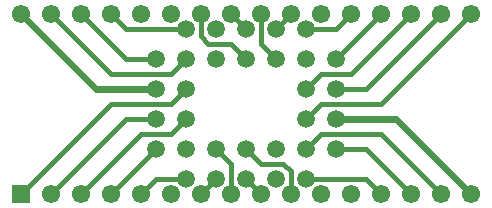
<source format=gbl>
G04 (created by PCBNEW (2013-jun-18)-testing) date Sun 14 Jul 2013 06:48:57 PM EEST*
%MOIN*%
G04 Gerber Fmt 3.4, Leading zero omitted, Abs format*
%FSLAX34Y34*%
G01*
G70*
G90*
G04 APERTURE LIST*
%ADD10C,0.005906*%
%ADD11R,0.061024X0.061024*%
%ADD12C,0.061024*%
%ADD13C,0.059055*%
%ADD14C,0.016000*%
%ADD15C,0.024000*%
G04 APERTURE END LIST*
G54D10*
G54D11*
X750Y750D03*
G54D12*
X1750Y750D03*
X2750Y750D03*
X3750Y750D03*
X4750Y750D03*
X5750Y750D03*
X6750Y750D03*
X7750Y750D03*
X8750Y750D03*
X9750Y750D03*
X10750Y750D03*
X11750Y750D03*
X12750Y750D03*
X13750Y750D03*
X14750Y750D03*
X15750Y750D03*
X15750Y6750D03*
X14750Y6750D03*
X13750Y6750D03*
X12750Y6750D03*
X11750Y6750D03*
X10750Y6750D03*
X9750Y6750D03*
X8750Y6750D03*
X7750Y6750D03*
X6750Y6750D03*
X5750Y6750D03*
X4750Y6750D03*
X3750Y6750D03*
X2750Y6750D03*
X1750Y6750D03*
X750Y6750D03*
G54D13*
X5250Y3250D03*
X6250Y4250D03*
X6250Y3250D03*
X5250Y2250D03*
X6250Y1250D03*
X6250Y2250D03*
X7250Y1250D03*
X7250Y2250D03*
X8250Y1250D03*
X8250Y2250D03*
X9250Y1250D03*
X9250Y2250D03*
X10250Y1250D03*
X11250Y2250D03*
X10250Y2250D03*
X11250Y3250D03*
X10250Y3250D03*
X11250Y4250D03*
X10250Y4250D03*
X11250Y5250D03*
X10250Y6250D03*
X10250Y5250D03*
X9250Y6250D03*
X9250Y5250D03*
X8250Y6250D03*
X8250Y5250D03*
X7250Y6250D03*
X5250Y4250D03*
X7250Y5250D03*
X6250Y6250D03*
X5250Y5250D03*
X6250Y5250D03*
G54D14*
X9250Y6250D02*
X9750Y6750D01*
X8250Y6250D02*
X7750Y6750D01*
X5250Y2250D02*
X3750Y750D01*
X3750Y6750D02*
X4250Y6250D01*
X4250Y6250D02*
X6250Y6250D01*
X2750Y750D02*
X4750Y2750D01*
X4750Y2750D02*
X5750Y2750D01*
X5750Y2750D02*
X6250Y3250D01*
X5250Y3250D02*
X4250Y3250D01*
X4250Y3250D02*
X2750Y1750D01*
X2750Y1750D02*
X1750Y750D01*
X5250Y5250D02*
X4250Y5250D01*
X4250Y5250D02*
X2750Y6750D01*
X1750Y6750D02*
X3750Y4750D01*
X3750Y4750D02*
X5750Y4750D01*
X5750Y4750D02*
X6250Y5250D01*
X6250Y4250D02*
X5750Y3750D01*
X3750Y3750D02*
X750Y750D01*
X5750Y3750D02*
X3750Y3750D01*
X8250Y2250D02*
X8750Y1750D01*
X9750Y1500D02*
X9750Y750D01*
X9500Y1750D02*
X9750Y1500D01*
X8750Y1750D02*
X9500Y1750D01*
X8250Y1250D02*
X8750Y750D01*
X7250Y2250D02*
X7750Y1750D01*
X7750Y1750D02*
X7750Y750D01*
X6750Y750D02*
X7250Y1250D01*
X5250Y1250D02*
X4750Y750D01*
X6250Y1250D02*
X5250Y1250D01*
X6750Y6750D02*
X6750Y6000D01*
X7750Y5750D02*
X8250Y5250D01*
X7000Y5750D02*
X7750Y5750D01*
X6750Y6000D02*
X7000Y5750D01*
X10250Y1250D02*
X12250Y1250D01*
X12250Y1250D02*
X12750Y750D01*
X11250Y2250D02*
X12250Y2250D01*
X12250Y2250D02*
X13750Y750D01*
X10250Y2250D02*
X10750Y2750D01*
X12750Y2750D02*
X14750Y750D01*
X10750Y2750D02*
X12750Y2750D01*
X10250Y3250D02*
X10750Y3750D01*
X12750Y3750D02*
X15750Y6750D01*
X10750Y3750D02*
X12750Y3750D01*
X11250Y4250D02*
X12250Y4250D01*
X12250Y4250D02*
X14750Y6750D01*
X10250Y4250D02*
X10750Y4750D01*
X10750Y4750D02*
X11750Y4750D01*
X11750Y4750D02*
X13750Y6750D01*
X11250Y5250D02*
X12750Y6750D01*
X10250Y6250D02*
X11250Y6250D01*
X11250Y6250D02*
X11750Y6750D01*
X8750Y5750D02*
X9250Y5250D01*
X8750Y6750D02*
X8750Y5750D01*
G54D15*
X11250Y3250D02*
X13250Y3250D01*
X13250Y3250D02*
X15750Y750D01*
X5250Y4250D02*
X3250Y4250D01*
X3250Y4250D02*
X750Y6750D01*
M02*

</source>
